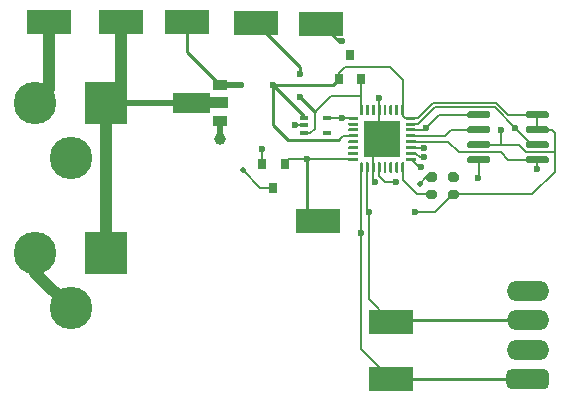
<source format=gbr>
%TF.GenerationSoftware,KiCad,Pcbnew,(5.1.6)-1*%
%TF.CreationDate,2020-10-06T09:22:04-05:00*%
%TF.ProjectId,desk_lamp,6465736b-5f6c-4616-9d70-2e6b69636164,rev?*%
%TF.SameCoordinates,Original*%
%TF.FileFunction,Copper,L1,Top*%
%TF.FilePolarity,Positive*%
%FSLAX46Y46*%
G04 Gerber Fmt 4.6, Leading zero omitted, Abs format (unit mm)*
G04 Created by KiCad (PCBNEW (5.1.6)-1) date 2020-10-06 09:22:04*
%MOMM*%
%LPD*%
G01*
G04 APERTURE LIST*
%TA.AperFunction,ComponentPad*%
%ADD10C,3.600000*%
%TD*%
%TA.AperFunction,ComponentPad*%
%ADD11R,3.600000X3.600000*%
%TD*%
%TA.AperFunction,ComponentPad*%
%ADD12O,3.600000X1.700000*%
%TD*%
%TA.AperFunction,SMDPad,CuDef*%
%ADD13R,0.800000X0.900000*%
%TD*%
%TA.AperFunction,SMDPad,CuDef*%
%ADD14R,3.800000X2.030000*%
%TD*%
%TA.AperFunction,ViaPad*%
%ADD15C,0.500000*%
%TD*%
%TA.AperFunction,SMDPad,CuDef*%
%ADD16R,3.100000X3.100000*%
%TD*%
%TA.AperFunction,SMDPad,CuDef*%
%ADD17R,0.650000X0.400000*%
%TD*%
%TA.AperFunction,SMDPad,CuDef*%
%ADD18C,0.100000*%
%TD*%
%TA.AperFunction,SMDPad,CuDef*%
%ADD19R,1.300000X0.900000*%
%TD*%
%TA.AperFunction,ViaPad*%
%ADD20C,0.600000*%
%TD*%
%TA.AperFunction,ViaPad*%
%ADD21C,1.000000*%
%TD*%
%TA.AperFunction,ViaPad*%
%ADD22C,0.508000*%
%TD*%
%TA.AperFunction,Conductor*%
%ADD23C,1.000000*%
%TD*%
%TA.AperFunction,Conductor*%
%ADD24C,0.203200*%
%TD*%
%TA.AperFunction,Conductor*%
%ADD25C,0.500000*%
%TD*%
%TA.AperFunction,Conductor*%
%ADD26C,0.250000*%
%TD*%
G04 APERTURE END LIST*
D10*
%TO.P,J2,3*%
%TO.N,Net-(J2-Pad2)*%
X60754000Y-47626000D03*
%TO.P,J2,2*%
X57754000Y-42926000D03*
D11*
%TO.P,J2,1*%
%TO.N,+12V*%
X63754000Y-42926000D03*
%TD*%
D10*
%TO.P,J1,3*%
%TO.N,GND*%
X60754000Y-34926000D03*
%TO.P,J1,2*%
X57754000Y-30226000D03*
D11*
%TO.P,J1,1*%
%TO.N,+12V*%
X63754000Y-30226000D03*
%TD*%
D12*
%TO.P,J3,4*%
%TO.N,GND*%
X99448000Y-46126000D03*
%TO.P,J3,3*%
%TO.N,I_SW1*%
X99448000Y-48626000D03*
%TO.P,J3,2*%
%TO.N,GND*%
X99448000Y-51126000D03*
%TO.P,J3,1*%
%TO.N,I_SW0*%
%TA.AperFunction,ComponentPad*%
G36*
G01*
X100823000Y-54476000D02*
X98073000Y-54476000D01*
G75*
G02*
X97648000Y-54051000I0J425000D01*
G01*
X97648000Y-53201000D01*
G75*
G02*
X98073000Y-52776000I425000J0D01*
G01*
X100823000Y-52776000D01*
G75*
G02*
X101248000Y-53201000I0J-425000D01*
G01*
X101248000Y-54051000D01*
G75*
G02*
X100823000Y-54476000I-425000J0D01*
G01*
G37*
%TD.AperFunction*%
%TD*%
%TO.P,U3,3*%
%TO.N,CLK*%
%TA.AperFunction,SMDPad,CuDef*%
G36*
G01*
X91063000Y-37573000D02*
X91563000Y-37573000D01*
G75*
G02*
X91763000Y-37773000I0J-200000D01*
G01*
X91763000Y-38173000D01*
G75*
G02*
X91563000Y-38373000I-200000J0D01*
G01*
X91063000Y-38373000D01*
G75*
G02*
X90863000Y-38173000I0J200000D01*
G01*
X90863000Y-37773000D01*
G75*
G02*
X91063000Y-37573000I200000J0D01*
G01*
G37*
%TD.AperFunction*%
%TO.P,U3,2*%
%TO.N,GND*%
%TA.AperFunction,SMDPad,CuDef*%
G36*
G01*
X91063000Y-36123000D02*
X91563000Y-36123000D01*
G75*
G02*
X91763000Y-36323000I0J-200000D01*
G01*
X91763000Y-36723000D01*
G75*
G02*
X91563000Y-36923000I-200000J0D01*
G01*
X91063000Y-36923000D01*
G75*
G02*
X90863000Y-36723000I0J200000D01*
G01*
X90863000Y-36323000D01*
G75*
G02*
X91063000Y-36123000I200000J0D01*
G01*
G37*
%TD.AperFunction*%
%TO.P,U3,4*%
%TO.N,+3V3*%
%TA.AperFunction,SMDPad,CuDef*%
G36*
G01*
X92913000Y-37573000D02*
X93413000Y-37573000D01*
G75*
G02*
X93613000Y-37773000I0J-200000D01*
G01*
X93613000Y-38173000D01*
G75*
G02*
X93413000Y-38373000I-200000J0D01*
G01*
X92913000Y-38373000D01*
G75*
G02*
X92713000Y-38173000I0J200000D01*
G01*
X92713000Y-37773000D01*
G75*
G02*
X92913000Y-37573000I200000J0D01*
G01*
G37*
%TD.AperFunction*%
%TO.P,U3,1*%
%TO.N,Net-(U3-Pad1)*%
%TA.AperFunction,SMDPad,CuDef*%
G36*
G01*
X92913000Y-36123000D02*
X93413000Y-36123000D01*
G75*
G02*
X93613000Y-36323000I0J-200000D01*
G01*
X93613000Y-36723000D01*
G75*
G02*
X93413000Y-36923000I-200000J0D01*
G01*
X92913000Y-36923000D01*
G75*
G02*
X92713000Y-36723000I0J200000D01*
G01*
X92713000Y-36323000D01*
G75*
G02*
X92913000Y-36123000I200000J0D01*
G01*
G37*
%TD.AperFunction*%
%TD*%
D13*
%TO.P,Q1,3*%
%TO.N,Net-(Q1-Pad3)*%
X77917000Y-37433000D03*
%TO.P,Q1,2*%
%TO.N,GND*%
X76967000Y-35433000D03*
%TO.P,Q1,1*%
%TO.N,Lamp_Control*%
X78867000Y-35433000D03*
%TD*%
D14*
%TO.P,TP8,1*%
%TO.N,+1V2*%
X81940400Y-23520400D03*
%TD*%
%TO.P,TP7,1*%
%TO.N,+2V5*%
X76454000Y-23495000D03*
%TD*%
%TO.P,TP6,1*%
%TO.N,+3V3*%
X70637400Y-23393400D03*
%TD*%
%TO.P,TP5,1*%
%TO.N,Lamp_Control*%
X81661000Y-40259000D03*
%TD*%
%TO.P,TP4,1*%
%TO.N,I_SW1*%
X87884000Y-48768000D03*
%TD*%
%TO.P,TP3,1*%
%TO.N,I_SW0*%
X87909400Y-53619400D03*
%TD*%
%TO.P,TP2,1*%
%TO.N,GND*%
X58928000Y-23368000D03*
%TD*%
%TO.P,TP1,1*%
%TO.N,+12V*%
X65024000Y-23368000D03*
%TD*%
%TO.P,U5,8*%
%TO.N,+3V3*%
%TA.AperFunction,SMDPad,CuDef*%
G36*
G01*
X99290000Y-31392000D02*
X99290000Y-31092000D01*
G75*
G02*
X99440000Y-30942000I150000J0D01*
G01*
X101090000Y-30942000D01*
G75*
G02*
X101240000Y-31092000I0J-150000D01*
G01*
X101240000Y-31392000D01*
G75*
G02*
X101090000Y-31542000I-150000J0D01*
G01*
X99440000Y-31542000D01*
G75*
G02*
X99290000Y-31392000I0J150000D01*
G01*
G37*
%TD.AperFunction*%
%TO.P,U5,7*%
%TA.AperFunction,SMDPad,CuDef*%
G36*
G01*
X99290000Y-32662000D02*
X99290000Y-32362000D01*
G75*
G02*
X99440000Y-32212000I150000J0D01*
G01*
X101090000Y-32212000D01*
G75*
G02*
X101240000Y-32362000I0J-150000D01*
G01*
X101240000Y-32662000D01*
G75*
G02*
X101090000Y-32812000I-150000J0D01*
G01*
X99440000Y-32812000D01*
G75*
G02*
X99290000Y-32662000I0J150000D01*
G01*
G37*
%TD.AperFunction*%
%TO.P,U5,6*%
%TO.N,SCK*%
%TA.AperFunction,SMDPad,CuDef*%
G36*
G01*
X99290000Y-33932000D02*
X99290000Y-33632000D01*
G75*
G02*
X99440000Y-33482000I150000J0D01*
G01*
X101090000Y-33482000D01*
G75*
G02*
X101240000Y-33632000I0J-150000D01*
G01*
X101240000Y-33932000D01*
G75*
G02*
X101090000Y-34082000I-150000J0D01*
G01*
X99440000Y-34082000D01*
G75*
G02*
X99290000Y-33932000I0J150000D01*
G01*
G37*
%TD.AperFunction*%
%TO.P,U5,5*%
%TO.N,MOSI*%
%TA.AperFunction,SMDPad,CuDef*%
G36*
G01*
X99290000Y-35202000D02*
X99290000Y-34902000D01*
G75*
G02*
X99440000Y-34752000I150000J0D01*
G01*
X101090000Y-34752000D01*
G75*
G02*
X101240000Y-34902000I0J-150000D01*
G01*
X101240000Y-35202000D01*
G75*
G02*
X101090000Y-35352000I-150000J0D01*
G01*
X99440000Y-35352000D01*
G75*
G02*
X99290000Y-35202000I0J150000D01*
G01*
G37*
%TD.AperFunction*%
%TO.P,U5,4*%
%TO.N,GND*%
%TA.AperFunction,SMDPad,CuDef*%
G36*
G01*
X94340000Y-35202000D02*
X94340000Y-34902000D01*
G75*
G02*
X94490000Y-34752000I150000J0D01*
G01*
X96140000Y-34752000D01*
G75*
G02*
X96290000Y-34902000I0J-150000D01*
G01*
X96290000Y-35202000D01*
G75*
G02*
X96140000Y-35352000I-150000J0D01*
G01*
X94490000Y-35352000D01*
G75*
G02*
X94340000Y-35202000I0J150000D01*
G01*
G37*
%TD.AperFunction*%
%TO.P,U5,3*%
%TO.N,+3V3*%
%TA.AperFunction,SMDPad,CuDef*%
G36*
G01*
X94340000Y-33932000D02*
X94340000Y-33632000D01*
G75*
G02*
X94490000Y-33482000I150000J0D01*
G01*
X96140000Y-33482000D01*
G75*
G02*
X96290000Y-33632000I0J-150000D01*
G01*
X96290000Y-33932000D01*
G75*
G02*
X96140000Y-34082000I-150000J0D01*
G01*
X94490000Y-34082000D01*
G75*
G02*
X94340000Y-33932000I0J150000D01*
G01*
G37*
%TD.AperFunction*%
%TO.P,U5,2*%
%TO.N,MISO*%
%TA.AperFunction,SMDPad,CuDef*%
G36*
G01*
X94340000Y-32662000D02*
X94340000Y-32362000D01*
G75*
G02*
X94490000Y-32212000I150000J0D01*
G01*
X96140000Y-32212000D01*
G75*
G02*
X96290000Y-32362000I0J-150000D01*
G01*
X96290000Y-32662000D01*
G75*
G02*
X96140000Y-32812000I-150000J0D01*
G01*
X94490000Y-32812000D01*
G75*
G02*
X94340000Y-32662000I0J150000D01*
G01*
G37*
%TD.AperFunction*%
%TO.P,U5,1*%
%TO.N,CE0*%
%TA.AperFunction,SMDPad,CuDef*%
G36*
G01*
X94340000Y-31392000D02*
X94340000Y-31092000D01*
G75*
G02*
X94490000Y-30942000I150000J0D01*
G01*
X96140000Y-30942000D01*
G75*
G02*
X96290000Y-31092000I0J-150000D01*
G01*
X96290000Y-31392000D01*
G75*
G02*
X96140000Y-31542000I-150000J0D01*
G01*
X94490000Y-31542000D01*
G75*
G02*
X94340000Y-31392000I0J150000D01*
G01*
G37*
%TD.AperFunction*%
%TD*%
D15*
%TO.N,GND*%
%TO.C,U4*%
X88122000Y-32274000D03*
X88122000Y-33274000D03*
X88122000Y-34274000D03*
X87122000Y-32274000D03*
X87122000Y-33274000D03*
X87122000Y-34274000D03*
X86122000Y-32274000D03*
X86122000Y-33274000D03*
X86122000Y-34274000D03*
D16*
%TD*%
%TO.P,U4,33*%
%TO.N,GND*%
X87122000Y-33274000D03*
%TO.P,U4,32*%
%TO.N,Lamp_Control*%
%TA.AperFunction,SMDPad,CuDef*%
G36*
G01*
X85059500Y-35149000D02*
X84309500Y-35149000D01*
G75*
G02*
X84247000Y-35086500I0J62500D01*
G01*
X84247000Y-34961500D01*
G75*
G02*
X84309500Y-34899000I62500J0D01*
G01*
X85059500Y-34899000D01*
G75*
G02*
X85122000Y-34961500I0J-62500D01*
G01*
X85122000Y-35086500D01*
G75*
G02*
X85059500Y-35149000I-62500J0D01*
G01*
G37*
%TD.AperFunction*%
%TO.P,U4,31*%
%TO.N,Net-(U4-Pad31)*%
%TA.AperFunction,SMDPad,CuDef*%
G36*
G01*
X85059500Y-34649000D02*
X84309500Y-34649000D01*
G75*
G02*
X84247000Y-34586500I0J62500D01*
G01*
X84247000Y-34461500D01*
G75*
G02*
X84309500Y-34399000I62500J0D01*
G01*
X85059500Y-34399000D01*
G75*
G02*
X85122000Y-34461500I0J-62500D01*
G01*
X85122000Y-34586500D01*
G75*
G02*
X85059500Y-34649000I-62500J0D01*
G01*
G37*
%TD.AperFunction*%
%TO.P,U4,30*%
%TO.N,Net-(U4-Pad30)*%
%TA.AperFunction,SMDPad,CuDef*%
G36*
G01*
X85059500Y-34149000D02*
X84309500Y-34149000D01*
G75*
G02*
X84247000Y-34086500I0J62500D01*
G01*
X84247000Y-33961500D01*
G75*
G02*
X84309500Y-33899000I62500J0D01*
G01*
X85059500Y-33899000D01*
G75*
G02*
X85122000Y-33961500I0J-62500D01*
G01*
X85122000Y-34086500D01*
G75*
G02*
X85059500Y-34149000I-62500J0D01*
G01*
G37*
%TD.AperFunction*%
%TO.P,U4,29*%
%TO.N,Net-(U4-Pad29)*%
%TA.AperFunction,SMDPad,CuDef*%
G36*
G01*
X85059500Y-33649000D02*
X84309500Y-33649000D01*
G75*
G02*
X84247000Y-33586500I0J62500D01*
G01*
X84247000Y-33461500D01*
G75*
G02*
X84309500Y-33399000I62500J0D01*
G01*
X85059500Y-33399000D01*
G75*
G02*
X85122000Y-33461500I0J-62500D01*
G01*
X85122000Y-33586500D01*
G75*
G02*
X85059500Y-33649000I-62500J0D01*
G01*
G37*
%TD.AperFunction*%
%TO.P,U4,28*%
%TO.N,+3V3*%
%TA.AperFunction,SMDPad,CuDef*%
G36*
G01*
X85059500Y-33149000D02*
X84309500Y-33149000D01*
G75*
G02*
X84247000Y-33086500I0J62500D01*
G01*
X84247000Y-32961500D01*
G75*
G02*
X84309500Y-32899000I62500J0D01*
G01*
X85059500Y-32899000D01*
G75*
G02*
X85122000Y-32961500I0J-62500D01*
G01*
X85122000Y-33086500D01*
G75*
G02*
X85059500Y-33149000I-62500J0D01*
G01*
G37*
%TD.AperFunction*%
%TO.P,U4,27*%
%TO.N,Net-(U4-Pad27)*%
%TA.AperFunction,SMDPad,CuDef*%
G36*
G01*
X85059500Y-32649000D02*
X84309500Y-32649000D01*
G75*
G02*
X84247000Y-32586500I0J62500D01*
G01*
X84247000Y-32461500D01*
G75*
G02*
X84309500Y-32399000I62500J0D01*
G01*
X85059500Y-32399000D01*
G75*
G02*
X85122000Y-32461500I0J-62500D01*
G01*
X85122000Y-32586500D01*
G75*
G02*
X85059500Y-32649000I-62500J0D01*
G01*
G37*
%TD.AperFunction*%
%TO.P,U4,26*%
%TO.N,Net-(U4-Pad26)*%
%TA.AperFunction,SMDPad,CuDef*%
G36*
G01*
X85059500Y-32149000D02*
X84309500Y-32149000D01*
G75*
G02*
X84247000Y-32086500I0J62500D01*
G01*
X84247000Y-31961500D01*
G75*
G02*
X84309500Y-31899000I62500J0D01*
G01*
X85059500Y-31899000D01*
G75*
G02*
X85122000Y-31961500I0J-62500D01*
G01*
X85122000Y-32086500D01*
G75*
G02*
X85059500Y-32149000I-62500J0D01*
G01*
G37*
%TD.AperFunction*%
%TO.P,U4,25*%
%TO.N,+1V2*%
%TA.AperFunction,SMDPad,CuDef*%
G36*
G01*
X85059500Y-31649000D02*
X84309500Y-31649000D01*
G75*
G02*
X84247000Y-31586500I0J62500D01*
G01*
X84247000Y-31461500D01*
G75*
G02*
X84309500Y-31399000I62500J0D01*
G01*
X85059500Y-31399000D01*
G75*
G02*
X85122000Y-31461500I0J-62500D01*
G01*
X85122000Y-31586500D01*
G75*
G02*
X85059500Y-31649000I-62500J0D01*
G01*
G37*
%TD.AperFunction*%
%TO.P,U4,24*%
%TO.N,+2V5*%
%TA.AperFunction,SMDPad,CuDef*%
G36*
G01*
X85434500Y-31274000D02*
X85309500Y-31274000D01*
G75*
G02*
X85247000Y-31211500I0J62500D01*
G01*
X85247000Y-30461500D01*
G75*
G02*
X85309500Y-30399000I62500J0D01*
G01*
X85434500Y-30399000D01*
G75*
G02*
X85497000Y-30461500I0J-62500D01*
G01*
X85497000Y-31211500D01*
G75*
G02*
X85434500Y-31274000I-62500J0D01*
G01*
G37*
%TD.AperFunction*%
%TO.P,U4,23*%
%TO.N,Net-(U4-Pad23)*%
%TA.AperFunction,SMDPad,CuDef*%
G36*
G01*
X85934500Y-31274000D02*
X85809500Y-31274000D01*
G75*
G02*
X85747000Y-31211500I0J62500D01*
G01*
X85747000Y-30461500D01*
G75*
G02*
X85809500Y-30399000I62500J0D01*
G01*
X85934500Y-30399000D01*
G75*
G02*
X85997000Y-30461500I0J-62500D01*
G01*
X85997000Y-31211500D01*
G75*
G02*
X85934500Y-31274000I-62500J0D01*
G01*
G37*
%TD.AperFunction*%
%TO.P,U4,22*%
%TO.N,Net-(U4-Pad22)*%
%TA.AperFunction,SMDPad,CuDef*%
G36*
G01*
X86434500Y-31274000D02*
X86309500Y-31274000D01*
G75*
G02*
X86247000Y-31211500I0J62500D01*
G01*
X86247000Y-30461500D01*
G75*
G02*
X86309500Y-30399000I62500J0D01*
G01*
X86434500Y-30399000D01*
G75*
G02*
X86497000Y-30461500I0J-62500D01*
G01*
X86497000Y-31211500D01*
G75*
G02*
X86434500Y-31274000I-62500J0D01*
G01*
G37*
%TD.AperFunction*%
%TO.P,U4,21*%
%TO.N,GND*%
%TA.AperFunction,SMDPad,CuDef*%
G36*
G01*
X86934500Y-31274000D02*
X86809500Y-31274000D01*
G75*
G02*
X86747000Y-31211500I0J62500D01*
G01*
X86747000Y-30461500D01*
G75*
G02*
X86809500Y-30399000I62500J0D01*
G01*
X86934500Y-30399000D01*
G75*
G02*
X86997000Y-30461500I0J-62500D01*
G01*
X86997000Y-31211500D01*
G75*
G02*
X86934500Y-31274000I-62500J0D01*
G01*
G37*
%TD.AperFunction*%
%TO.P,U4,20*%
%TO.N,Net-(U4-Pad20)*%
%TA.AperFunction,SMDPad,CuDef*%
G36*
G01*
X87434500Y-31274000D02*
X87309500Y-31274000D01*
G75*
G02*
X87247000Y-31211500I0J62500D01*
G01*
X87247000Y-30461500D01*
G75*
G02*
X87309500Y-30399000I62500J0D01*
G01*
X87434500Y-30399000D01*
G75*
G02*
X87497000Y-30461500I0J-62500D01*
G01*
X87497000Y-31211500D01*
G75*
G02*
X87434500Y-31274000I-62500J0D01*
G01*
G37*
%TD.AperFunction*%
%TO.P,U4,19*%
%TO.N,Net-(U4-Pad19)*%
%TA.AperFunction,SMDPad,CuDef*%
G36*
G01*
X87934500Y-31274000D02*
X87809500Y-31274000D01*
G75*
G02*
X87747000Y-31211500I0J62500D01*
G01*
X87747000Y-30461500D01*
G75*
G02*
X87809500Y-30399000I62500J0D01*
G01*
X87934500Y-30399000D01*
G75*
G02*
X87997000Y-30461500I0J-62500D01*
G01*
X87997000Y-31211500D01*
G75*
G02*
X87934500Y-31274000I-62500J0D01*
G01*
G37*
%TD.AperFunction*%
%TO.P,U4,18*%
%TO.N,Net-(U4-Pad18)*%
%TA.AperFunction,SMDPad,CuDef*%
G36*
G01*
X88434500Y-31274000D02*
X88309500Y-31274000D01*
G75*
G02*
X88247000Y-31211500I0J62500D01*
G01*
X88247000Y-30461500D01*
G75*
G02*
X88309500Y-30399000I62500J0D01*
G01*
X88434500Y-30399000D01*
G75*
G02*
X88497000Y-30461500I0J-62500D01*
G01*
X88497000Y-31211500D01*
G75*
G02*
X88434500Y-31274000I-62500J0D01*
G01*
G37*
%TD.AperFunction*%
%TO.P,U4,17*%
%TO.N,+3V3*%
%TA.AperFunction,SMDPad,CuDef*%
G36*
G01*
X88934500Y-31274000D02*
X88809500Y-31274000D01*
G75*
G02*
X88747000Y-31211500I0J62500D01*
G01*
X88747000Y-30461500D01*
G75*
G02*
X88809500Y-30399000I62500J0D01*
G01*
X88934500Y-30399000D01*
G75*
G02*
X88997000Y-30461500I0J-62500D01*
G01*
X88997000Y-31211500D01*
G75*
G02*
X88934500Y-31274000I-62500J0D01*
G01*
G37*
%TD.AperFunction*%
%TO.P,U4,16*%
%TA.AperFunction,SMDPad,CuDef*%
G36*
G01*
X89934500Y-31649000D02*
X89184500Y-31649000D01*
G75*
G02*
X89122000Y-31586500I0J62500D01*
G01*
X89122000Y-31461500D01*
G75*
G02*
X89184500Y-31399000I62500J0D01*
G01*
X89934500Y-31399000D01*
G75*
G02*
X89997000Y-31461500I0J-62500D01*
G01*
X89997000Y-31586500D01*
G75*
G02*
X89934500Y-31649000I-62500J0D01*
G01*
G37*
%TD.AperFunction*%
%TO.P,U4,15*%
%TO.N,SCK*%
%TA.AperFunction,SMDPad,CuDef*%
G36*
G01*
X89934500Y-32149000D02*
X89184500Y-32149000D01*
G75*
G02*
X89122000Y-32086500I0J62500D01*
G01*
X89122000Y-31961500D01*
G75*
G02*
X89184500Y-31899000I62500J0D01*
G01*
X89934500Y-31899000D01*
G75*
G02*
X89997000Y-31961500I0J-62500D01*
G01*
X89997000Y-32086500D01*
G75*
G02*
X89934500Y-32149000I-62500J0D01*
G01*
G37*
%TD.AperFunction*%
%TO.P,U4,14*%
%TO.N,CE0*%
%TA.AperFunction,SMDPad,CuDef*%
G36*
G01*
X89934500Y-32649000D02*
X89184500Y-32649000D01*
G75*
G02*
X89122000Y-32586500I0J62500D01*
G01*
X89122000Y-32461500D01*
G75*
G02*
X89184500Y-32399000I62500J0D01*
G01*
X89934500Y-32399000D01*
G75*
G02*
X89997000Y-32461500I0J-62500D01*
G01*
X89997000Y-32586500D01*
G75*
G02*
X89934500Y-32649000I-62500J0D01*
G01*
G37*
%TD.AperFunction*%
%TO.P,U4,13*%
%TO.N,MISO*%
%TA.AperFunction,SMDPad,CuDef*%
G36*
G01*
X89934500Y-33149000D02*
X89184500Y-33149000D01*
G75*
G02*
X89122000Y-33086500I0J62500D01*
G01*
X89122000Y-32961500D01*
G75*
G02*
X89184500Y-32899000I62500J0D01*
G01*
X89934500Y-32899000D01*
G75*
G02*
X89997000Y-32961500I0J-62500D01*
G01*
X89997000Y-33086500D01*
G75*
G02*
X89934500Y-33149000I-62500J0D01*
G01*
G37*
%TD.AperFunction*%
%TO.P,U4,12*%
%TO.N,MOSI*%
%TA.AperFunction,SMDPad,CuDef*%
G36*
G01*
X89934500Y-33649000D02*
X89184500Y-33649000D01*
G75*
G02*
X89122000Y-33586500I0J62500D01*
G01*
X89122000Y-33461500D01*
G75*
G02*
X89184500Y-33399000I62500J0D01*
G01*
X89934500Y-33399000D01*
G75*
G02*
X89997000Y-33461500I0J-62500D01*
G01*
X89997000Y-33586500D01*
G75*
G02*
X89934500Y-33649000I-62500J0D01*
G01*
G37*
%TD.AperFunction*%
%TO.P,U4,11*%
%TO.N,CDONE*%
%TA.AperFunction,SMDPad,CuDef*%
G36*
G01*
X89934500Y-34149000D02*
X89184500Y-34149000D01*
G75*
G02*
X89122000Y-34086500I0J62500D01*
G01*
X89122000Y-33961500D01*
G75*
G02*
X89184500Y-33899000I62500J0D01*
G01*
X89934500Y-33899000D01*
G75*
G02*
X89997000Y-33961500I0J-62500D01*
G01*
X89997000Y-34086500D01*
G75*
G02*
X89934500Y-34149000I-62500J0D01*
G01*
G37*
%TD.AperFunction*%
%TO.P,U4,10*%
%TO.N,CRESET*%
%TA.AperFunction,SMDPad,CuDef*%
G36*
G01*
X89934500Y-34649000D02*
X89184500Y-34649000D01*
G75*
G02*
X89122000Y-34586500I0J62500D01*
G01*
X89122000Y-34461500D01*
G75*
G02*
X89184500Y-34399000I62500J0D01*
G01*
X89934500Y-34399000D01*
G75*
G02*
X89997000Y-34461500I0J-62500D01*
G01*
X89997000Y-34586500D01*
G75*
G02*
X89934500Y-34649000I-62500J0D01*
G01*
G37*
%TD.AperFunction*%
%TO.P,U4,9*%
%TO.N,+3V3*%
%TA.AperFunction,SMDPad,CuDef*%
G36*
G01*
X89934500Y-35149000D02*
X89184500Y-35149000D01*
G75*
G02*
X89122000Y-35086500I0J62500D01*
G01*
X89122000Y-34961500D01*
G75*
G02*
X89184500Y-34899000I62500J0D01*
G01*
X89934500Y-34899000D01*
G75*
G02*
X89997000Y-34961500I0J-62500D01*
G01*
X89997000Y-35086500D01*
G75*
G02*
X89934500Y-35149000I-62500J0D01*
G01*
G37*
%TD.AperFunction*%
%TO.P,U4,8*%
%TO.N,CLK*%
%TA.AperFunction,SMDPad,CuDef*%
G36*
G01*
X88934500Y-36149000D02*
X88809500Y-36149000D01*
G75*
G02*
X88747000Y-36086500I0J62500D01*
G01*
X88747000Y-35336500D01*
G75*
G02*
X88809500Y-35274000I62500J0D01*
G01*
X88934500Y-35274000D01*
G75*
G02*
X88997000Y-35336500I0J-62500D01*
G01*
X88997000Y-36086500D01*
G75*
G02*
X88934500Y-36149000I-62500J0D01*
G01*
G37*
%TD.AperFunction*%
%TO.P,U4,7*%
%TO.N,Net-(U4-Pad7)*%
%TA.AperFunction,SMDPad,CuDef*%
G36*
G01*
X88434500Y-36149000D02*
X88309500Y-36149000D01*
G75*
G02*
X88247000Y-36086500I0J62500D01*
G01*
X88247000Y-35336500D01*
G75*
G02*
X88309500Y-35274000I62500J0D01*
G01*
X88434500Y-35274000D01*
G75*
G02*
X88497000Y-35336500I0J-62500D01*
G01*
X88497000Y-36086500D01*
G75*
G02*
X88434500Y-36149000I-62500J0D01*
G01*
G37*
%TD.AperFunction*%
%TO.P,U4,6*%
%TO.N,Net-(U4-Pad6)*%
%TA.AperFunction,SMDPad,CuDef*%
G36*
G01*
X87934500Y-36149000D02*
X87809500Y-36149000D01*
G75*
G02*
X87747000Y-36086500I0J62500D01*
G01*
X87747000Y-35336500D01*
G75*
G02*
X87809500Y-35274000I62500J0D01*
G01*
X87934500Y-35274000D01*
G75*
G02*
X87997000Y-35336500I0J-62500D01*
G01*
X87997000Y-36086500D01*
G75*
G02*
X87934500Y-36149000I-62500J0D01*
G01*
G37*
%TD.AperFunction*%
%TO.P,U4,5*%
%TO.N,Net-(U4-Pad5)*%
%TA.AperFunction,SMDPad,CuDef*%
G36*
G01*
X87434500Y-36149000D02*
X87309500Y-36149000D01*
G75*
G02*
X87247000Y-36086500I0J62500D01*
G01*
X87247000Y-35336500D01*
G75*
G02*
X87309500Y-35274000I62500J0D01*
G01*
X87434500Y-35274000D01*
G75*
G02*
X87497000Y-35336500I0J-62500D01*
G01*
X87497000Y-36086500D01*
G75*
G02*
X87434500Y-36149000I-62500J0D01*
G01*
G37*
%TD.AperFunction*%
%TO.P,U4,4*%
%TO.N,+3V3*%
%TA.AperFunction,SMDPad,CuDef*%
G36*
G01*
X86934500Y-36149000D02*
X86809500Y-36149000D01*
G75*
G02*
X86747000Y-36086500I0J62500D01*
G01*
X86747000Y-35336500D01*
G75*
G02*
X86809500Y-35274000I62500J0D01*
G01*
X86934500Y-35274000D01*
G75*
G02*
X86997000Y-35336500I0J-62500D01*
G01*
X86997000Y-36086500D01*
G75*
G02*
X86934500Y-36149000I-62500J0D01*
G01*
G37*
%TD.AperFunction*%
%TO.P,U4,3*%
%TO.N,GND*%
%TA.AperFunction,SMDPad,CuDef*%
G36*
G01*
X86434500Y-36149000D02*
X86309500Y-36149000D01*
G75*
G02*
X86247000Y-36086500I0J62500D01*
G01*
X86247000Y-35336500D01*
G75*
G02*
X86309500Y-35274000I62500J0D01*
G01*
X86434500Y-35274000D01*
G75*
G02*
X86497000Y-35336500I0J-62500D01*
G01*
X86497000Y-36086500D01*
G75*
G02*
X86434500Y-36149000I-62500J0D01*
G01*
G37*
%TD.AperFunction*%
%TO.P,U4,2*%
%TO.N,I_SW1*%
%TA.AperFunction,SMDPad,CuDef*%
G36*
G01*
X85934500Y-36149000D02*
X85809500Y-36149000D01*
G75*
G02*
X85747000Y-36086500I0J62500D01*
G01*
X85747000Y-35336500D01*
G75*
G02*
X85809500Y-35274000I62500J0D01*
G01*
X85934500Y-35274000D01*
G75*
G02*
X85997000Y-35336500I0J-62500D01*
G01*
X85997000Y-36086500D01*
G75*
G02*
X85934500Y-36149000I-62500J0D01*
G01*
G37*
%TD.AperFunction*%
%TO.P,U4,1*%
%TO.N,I_SW0*%
%TA.AperFunction,SMDPad,CuDef*%
G36*
G01*
X85434500Y-36149000D02*
X85309500Y-36149000D01*
G75*
G02*
X85247000Y-36086500I0J62500D01*
G01*
X85247000Y-35336500D01*
G75*
G02*
X85309500Y-35274000I62500J0D01*
G01*
X85434500Y-35274000D01*
G75*
G02*
X85497000Y-35336500I0J-62500D01*
G01*
X85497000Y-36086500D01*
G75*
G02*
X85434500Y-36149000I-62500J0D01*
G01*
G37*
%TD.AperFunction*%
%TD*%
D17*
%TO.P,U2,5*%
%TO.N,+1V2*%
X82423000Y-31496000D03*
%TO.P,U2,4*%
%TO.N,Net-(U2-Pad4)*%
X82423000Y-32796000D03*
%TO.P,U2,2*%
%TO.N,GND*%
X80523000Y-32146000D03*
%TO.P,U2,3*%
%TO.N,+2V5*%
X80523000Y-32796000D03*
%TO.P,U2,1*%
%TO.N,+3V3*%
X80523000Y-31496000D03*
%TD*%
%TA.AperFunction,SMDPad,CuDef*%
D18*
%TO.P,U1,2*%
%TO.N,+12V*%
G36*
X69455000Y-29359500D02*
G01*
X72580000Y-29359500D01*
X72580000Y-29776000D01*
X74055000Y-29776000D01*
X74055000Y-30676000D01*
X72580000Y-30676000D01*
X72580000Y-31092500D01*
X69455000Y-31092500D01*
X69455000Y-29359500D01*
G37*
%TD.AperFunction*%
D19*
%TO.P,U1,3*%
%TO.N,+3V3*%
X73405000Y-28726000D03*
%TO.P,U1,1*%
%TO.N,GND*%
X73405000Y-31726000D03*
%TD*%
D13*
%TO.P,D1,3*%
%TO.N,Net-(D1-Pad3)*%
X84394000Y-26194000D03*
%TO.P,D1,2*%
%TO.N,+2V5*%
X85344000Y-28194000D03*
%TO.P,D1,1*%
%TO.N,+3V3*%
X83444000Y-28194000D03*
%TD*%
D20*
%TO.N,GND*%
X79756000Y-32131000D03*
X76962000Y-34163000D03*
D21*
X73406000Y-33274000D03*
D20*
X86868000Y-29845000D03*
X86533000Y-36957000D03*
X95250000Y-36576000D03*
D22*
X90297000Y-37084000D03*
D20*
%TO.N,+3V3*%
X97155000Y-32512000D03*
X89916000Y-39497000D03*
X90424000Y-35687000D03*
X75184000Y-28702000D03*
X77851000Y-28702000D03*
X88265000Y-36957000D03*
%TO.N,+1V2*%
X83693000Y-31496000D03*
X83693000Y-25019000D03*
%TO.N,+2V5*%
X80137000Y-29718000D03*
X80137000Y-27813000D03*
D22*
%TO.N,Net-(Q1-Pad3)*%
X75311000Y-35941000D03*
D20*
%TO.N,Lamp_Control*%
X80800000Y-35024000D03*
%TO.N,I_SW1*%
X85979000Y-39497000D03*
%TO.N,I_SW0*%
X85344000Y-41275000D03*
%TO.N,CE0*%
X90868500Y-32321500D03*
%TO.N,MOSI*%
X100203000Y-35814000D03*
%TO.N,SCK*%
X98361500Y-32321500D03*
%TO.N,CRESET*%
X90678000Y-34830403D03*
%TO.N,CDONE*%
X90678000Y-34078000D03*
%TD*%
D23*
%TO.N,GND*%
X58928000Y-29052000D02*
X57754000Y-30226000D01*
X58928000Y-23368000D02*
X58928000Y-29052000D01*
D24*
X87372000Y-33024000D02*
X87122000Y-33274000D01*
X86372000Y-32524000D02*
X87122000Y-33274000D01*
X86872000Y-32024000D02*
X87122000Y-32274000D01*
X86872000Y-30836500D02*
X86872000Y-32024000D01*
X86372000Y-34524000D02*
X86122000Y-34274000D01*
X86372000Y-35711500D02*
X86372000Y-34524000D01*
X80523000Y-32146000D02*
X79771000Y-32146000D01*
X79771000Y-32146000D02*
X79756000Y-32131000D01*
X76967000Y-35433000D02*
X76967000Y-34168000D01*
X76967000Y-34168000D02*
X76962000Y-34163000D01*
D25*
X73405000Y-31726000D02*
X73405000Y-33273000D01*
X73405000Y-33273000D02*
X73406000Y-33274000D01*
D24*
X86872000Y-30836500D02*
X86872000Y-29849000D01*
X86872000Y-29849000D02*
X86868000Y-29845000D01*
X86372000Y-35711500D02*
X86372000Y-36796000D01*
X86372000Y-36796000D02*
X86533000Y-36957000D01*
X95315000Y-35052000D02*
X95315000Y-36511000D01*
X95315000Y-36511000D02*
X95250000Y-36576000D01*
X91313000Y-36523000D02*
X90858000Y-36523000D01*
X90858000Y-36523000D02*
X90297000Y-37084000D01*
D23*
%TO.N,+12V*%
X63754000Y-30226000D02*
X63754000Y-42926000D01*
X65024000Y-28956000D02*
X63754000Y-30226000D01*
X65024000Y-23368000D02*
X65024000Y-28956000D01*
D25*
X73317500Y-30226000D02*
X73444500Y-30353000D01*
X73317500Y-30099000D02*
X73444500Y-30226000D01*
X73317500Y-30226000D02*
X63754000Y-30226000D01*
D24*
%TO.N,+3V3*%
X100265000Y-31242000D02*
X100265000Y-32512000D01*
X88872000Y-30836500D02*
X88872000Y-31341000D01*
X89055000Y-31524000D02*
X89559500Y-31524000D01*
X88872000Y-31341000D02*
X89055000Y-31524000D01*
X101473000Y-32512000D02*
X101727000Y-32766000D01*
X100265000Y-32512000D02*
X101473000Y-32512000D01*
X101727000Y-32766000D02*
X101727000Y-34036000D01*
X90142000Y-31524000D02*
X89559500Y-31524000D01*
X91414609Y-30251391D02*
X90142000Y-31524000D01*
X96799391Y-30251391D02*
X91414609Y-30251391D01*
X100265000Y-31242000D02*
X97790000Y-31242000D01*
X97790000Y-31242000D02*
X96799391Y-30251391D01*
X83444000Y-28194000D02*
X83444000Y-27681000D01*
X83444000Y-27681000D02*
X83947000Y-27178000D01*
X83947000Y-27178000D02*
X87757000Y-27178000D01*
X88872000Y-28293000D02*
X88872000Y-30836500D01*
X87757000Y-27178000D02*
X88872000Y-28293000D01*
X83816000Y-33024000D02*
X84684500Y-33024000D01*
X83439000Y-33401000D02*
X83816000Y-33024000D01*
X99822000Y-37973000D02*
X93163000Y-37973000D01*
X101727000Y-36068000D02*
X99822000Y-37973000D01*
X97028000Y-33782000D02*
X95315000Y-33782000D01*
X99314000Y-34417000D02*
X101727000Y-34417000D01*
X98679000Y-33782000D02*
X99314000Y-34417000D01*
X101727000Y-34036000D02*
X101727000Y-34417000D01*
X101727000Y-34417000D02*
X101727000Y-36068000D01*
X97155000Y-33782000D02*
X97155000Y-32512000D01*
X97155000Y-33782000D02*
X98679000Y-33782000D01*
X97028000Y-33782000D02*
X97155000Y-33782000D01*
X93163000Y-37973000D02*
X91639000Y-39497000D01*
X91639000Y-39497000D02*
X89916000Y-39497000D01*
X90222500Y-35687000D02*
X89559500Y-35024000D01*
X90424000Y-35687000D02*
X90222500Y-35687000D01*
D25*
X73405000Y-28726000D02*
X75160000Y-28726000D01*
X75160000Y-28726000D02*
X75184000Y-28702000D01*
D26*
X80523000Y-31374000D02*
X80523000Y-31496000D01*
X77851000Y-28702000D02*
X80523000Y-31374000D01*
X82936000Y-28702000D02*
X83444000Y-28194000D01*
X77851000Y-28702000D02*
X82936000Y-28702000D01*
X77851000Y-32131000D02*
X77851000Y-28702000D01*
X83439000Y-33401000D02*
X79121000Y-33401000D01*
X79121000Y-33401000D02*
X77851000Y-32131000D01*
X70637400Y-25958400D02*
X73405000Y-28726000D01*
X70637400Y-23393400D02*
X70637400Y-25958400D01*
D24*
X87376000Y-36957000D02*
X88265000Y-36957000D01*
X86872000Y-35711500D02*
X86872000Y-36453000D01*
X86872000Y-36453000D02*
X87376000Y-36957000D01*
%TO.N,+1V2*%
X82423000Y-31496000D02*
X83693000Y-31496000D01*
X83721000Y-31524000D02*
X83693000Y-31496000D01*
X84684500Y-31524000D02*
X83721000Y-31524000D01*
D26*
X83439000Y-25019000D02*
X81940400Y-23520400D01*
X83693000Y-25019000D02*
X83439000Y-25019000D01*
D24*
%TO.N,+2V5*%
X85372000Y-28222000D02*
X85344000Y-28194000D01*
X85372000Y-30836500D02*
X85372000Y-29619000D01*
X85372000Y-29619000D02*
X85372000Y-28222000D01*
X81407000Y-30988000D02*
X82776000Y-29619000D01*
X81407000Y-32440200D02*
X81407000Y-30988000D01*
X80523000Y-32796000D02*
X81051200Y-32796000D01*
X82776000Y-29619000D02*
X85372000Y-29619000D01*
X81051200Y-32796000D02*
X81407000Y-32440200D01*
D26*
X81407000Y-30988000D02*
X80137000Y-29718000D01*
X80137000Y-27178000D02*
X76454000Y-23495000D01*
X80137000Y-27813000D02*
X80137000Y-27178000D01*
D23*
%TO.N,Net-(J2-Pad2)*%
X60861000Y-47733000D02*
X60754000Y-47626000D01*
X57754000Y-44626000D02*
X60754000Y-47626000D01*
X57754000Y-42926000D02*
X57754000Y-44626000D01*
D24*
%TO.N,Net-(Q1-Pad3)*%
X76803000Y-37433000D02*
X77917000Y-37433000D01*
X75311000Y-35941000D02*
X76803000Y-37433000D01*
%TO.N,Lamp_Control*%
X79276000Y-35024000D02*
X78867000Y-35433000D01*
X84684500Y-35024000D02*
X80800000Y-35024000D01*
X80800000Y-35024000D02*
X79276000Y-35024000D01*
D26*
X80800000Y-39398000D02*
X81661000Y-40259000D01*
X80800000Y-35024000D02*
X80800000Y-39398000D01*
%TO.N,I_SW1*%
X88026000Y-48626000D02*
X87884000Y-48768000D01*
X99448000Y-48626000D02*
X88026000Y-48626000D01*
D24*
X85979000Y-46863000D02*
X87884000Y-48768000D01*
X85979000Y-39497000D02*
X85979000Y-46863000D01*
X85872000Y-35711500D02*
X85872000Y-39390000D01*
X85872000Y-39390000D02*
X85979000Y-39497000D01*
D26*
%TO.N,I_SW0*%
X87916000Y-53626000D02*
X87909400Y-53619400D01*
X99448000Y-53626000D02*
X87916000Y-53626000D01*
D24*
X85372000Y-51082000D02*
X85372000Y-41120000D01*
X87909400Y-53619400D02*
X85372000Y-51082000D01*
X85372000Y-41120000D02*
X85372000Y-35711500D01*
%TO.N,CE0*%
X90666000Y-32524000D02*
X89559500Y-32524000D01*
X95315000Y-31242000D02*
X91948000Y-31242000D01*
X91948000Y-31242000D02*
X90868500Y-32321500D01*
X90868500Y-32321500D02*
X90666000Y-32524000D01*
%TO.N,MOSI*%
X97790000Y-35052000D02*
X100265000Y-35052000D01*
X97155000Y-34417000D02*
X97790000Y-35052000D01*
X93620321Y-34417000D02*
X97155000Y-34417000D01*
X89559500Y-33524000D02*
X92727321Y-33524000D01*
X92727321Y-33524000D02*
X93620321Y-34417000D01*
X100203000Y-35114000D02*
X100265000Y-35052000D01*
X100203000Y-35814000D02*
X100203000Y-35114000D01*
%TO.N,SCK*%
X90150000Y-32024000D02*
X89559500Y-32024000D01*
X100265000Y-33782000D02*
X99822000Y-33782000D01*
X91567000Y-30607000D02*
X90150000Y-32024000D01*
X96647000Y-30607000D02*
X91567000Y-30607000D01*
X99822000Y-33782000D02*
X98361500Y-32321500D01*
X98361500Y-32321500D02*
X96647000Y-30607000D01*
%TO.N,CRESET*%
X90303403Y-34830403D02*
X90678000Y-34830403D01*
X89559500Y-34524000D02*
X89997000Y-34524000D01*
X89997000Y-34524000D02*
X90303403Y-34830403D01*
%TO.N,CDONE*%
X89559500Y-34024000D02*
X90624000Y-34024000D01*
X90624000Y-34024000D02*
X90678000Y-34078000D01*
%TO.N,MISO*%
X92964000Y-32512000D02*
X92452000Y-33024000D01*
X92452000Y-33024000D02*
X89559500Y-33024000D01*
X95315000Y-32512000D02*
X92964000Y-32512000D01*
%TO.N,CLK*%
X91313000Y-37973000D02*
X90043000Y-37973000D01*
X88872000Y-36802000D02*
X88872000Y-35711500D01*
X90043000Y-37973000D02*
X88872000Y-36802000D01*
%TD*%
M02*

</source>
